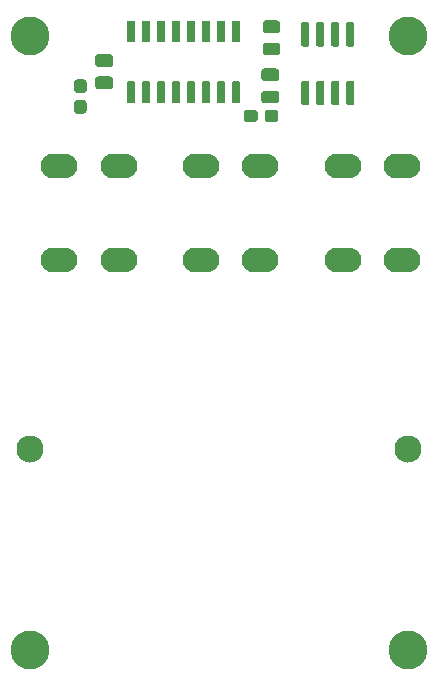
<source format=gbr>
%TF.GenerationSoftware,KiCad,Pcbnew,(5.1.5)-3*%
%TF.CreationDate,2021-03-01T19:21:26+01:00*%
%TF.ProjectId,LandstromWarnung,4c616e64-7374-4726-9f6d-5761726e756e,rev?*%
%TF.SameCoordinates,Original*%
%TF.FileFunction,Soldermask,Top*%
%TF.FilePolarity,Negative*%
%FSLAX46Y46*%
G04 Gerber Fmt 4.6, Leading zero omitted, Abs format (unit mm)*
G04 Created by KiCad (PCBNEW (5.1.5)-3) date 2021-03-01 19:21:26*
%MOMM*%
%LPD*%
G04 APERTURE LIST*
%ADD10O,3.100000X2.100000*%
%ADD11C,0.100000*%
%ADD12C,2.300000*%
%ADD13C,3.300000*%
G04 APERTURE END LIST*
D10*
%TO.C,J3*%
X44500000Y-32000000D03*
X39500000Y-32000000D03*
%TD*%
%TO.C,J7*%
X32500000Y-24000000D03*
X27500000Y-24000000D03*
%TD*%
%TO.C,J8*%
X32500000Y-32000000D03*
X27500000Y-32000000D03*
%TD*%
%TO.C,J9*%
X20500000Y-24000000D03*
X15500000Y-24000000D03*
%TD*%
%TO.C,J10*%
X20500000Y-32000000D03*
X15500000Y-32000000D03*
%TD*%
%TO.C,J11*%
X44500000Y-24000000D03*
X39500000Y-24000000D03*
%TD*%
D11*
%TO.C,F2*%
G36*
X17560229Y-16672864D02*
G01*
X17585711Y-16676644D01*
X17610700Y-16682903D01*
X17634954Y-16691582D01*
X17658242Y-16702596D01*
X17680337Y-16715839D01*
X17701028Y-16731185D01*
X17720116Y-16748484D01*
X17737415Y-16767572D01*
X17752761Y-16788263D01*
X17766004Y-16810358D01*
X17777018Y-16833646D01*
X17785697Y-16857900D01*
X17791956Y-16882889D01*
X17795736Y-16908371D01*
X17797000Y-16934100D01*
X17797000Y-17559100D01*
X17795736Y-17584829D01*
X17791956Y-17610311D01*
X17785697Y-17635300D01*
X17777018Y-17659554D01*
X17766004Y-17682842D01*
X17752761Y-17704937D01*
X17737415Y-17725628D01*
X17720116Y-17744716D01*
X17701028Y-17762015D01*
X17680337Y-17777361D01*
X17658242Y-17790604D01*
X17634954Y-17801618D01*
X17610700Y-17810297D01*
X17585711Y-17816556D01*
X17560229Y-17820336D01*
X17534500Y-17821600D01*
X17009500Y-17821600D01*
X16983771Y-17820336D01*
X16958289Y-17816556D01*
X16933300Y-17810297D01*
X16909046Y-17801618D01*
X16885758Y-17790604D01*
X16863663Y-17777361D01*
X16842972Y-17762015D01*
X16823884Y-17744716D01*
X16806585Y-17725628D01*
X16791239Y-17704937D01*
X16777996Y-17682842D01*
X16766982Y-17659554D01*
X16758303Y-17635300D01*
X16752044Y-17610311D01*
X16748264Y-17584829D01*
X16747000Y-17559100D01*
X16747000Y-16934100D01*
X16748264Y-16908371D01*
X16752044Y-16882889D01*
X16758303Y-16857900D01*
X16766982Y-16833646D01*
X16777996Y-16810358D01*
X16791239Y-16788263D01*
X16806585Y-16767572D01*
X16823884Y-16748484D01*
X16842972Y-16731185D01*
X16863663Y-16715839D01*
X16885758Y-16702596D01*
X16909046Y-16691582D01*
X16933300Y-16682903D01*
X16958289Y-16676644D01*
X16983771Y-16672864D01*
X17009500Y-16671600D01*
X17534500Y-16671600D01*
X17560229Y-16672864D01*
G37*
G36*
X17560229Y-18422864D02*
G01*
X17585711Y-18426644D01*
X17610700Y-18432903D01*
X17634954Y-18441582D01*
X17658242Y-18452596D01*
X17680337Y-18465839D01*
X17701028Y-18481185D01*
X17720116Y-18498484D01*
X17737415Y-18517572D01*
X17752761Y-18538263D01*
X17766004Y-18560358D01*
X17777018Y-18583646D01*
X17785697Y-18607900D01*
X17791956Y-18632889D01*
X17795736Y-18658371D01*
X17797000Y-18684100D01*
X17797000Y-19309100D01*
X17795736Y-19334829D01*
X17791956Y-19360311D01*
X17785697Y-19385300D01*
X17777018Y-19409554D01*
X17766004Y-19432842D01*
X17752761Y-19454937D01*
X17737415Y-19475628D01*
X17720116Y-19494716D01*
X17701028Y-19512015D01*
X17680337Y-19527361D01*
X17658242Y-19540604D01*
X17634954Y-19551618D01*
X17610700Y-19560297D01*
X17585711Y-19566556D01*
X17560229Y-19570336D01*
X17534500Y-19571600D01*
X17009500Y-19571600D01*
X16983771Y-19570336D01*
X16958289Y-19566556D01*
X16933300Y-19560297D01*
X16909046Y-19551618D01*
X16885758Y-19540604D01*
X16863663Y-19527361D01*
X16842972Y-19512015D01*
X16823884Y-19494716D01*
X16806585Y-19475628D01*
X16791239Y-19454937D01*
X16777996Y-19432842D01*
X16766982Y-19409554D01*
X16758303Y-19385300D01*
X16752044Y-19360311D01*
X16748264Y-19334829D01*
X16747000Y-19309100D01*
X16747000Y-18684100D01*
X16748264Y-18658371D01*
X16752044Y-18632889D01*
X16758303Y-18607900D01*
X16766982Y-18583646D01*
X16777996Y-18560358D01*
X16791239Y-18538263D01*
X16806585Y-18517572D01*
X16823884Y-18498484D01*
X16842972Y-18481185D01*
X16863663Y-18465839D01*
X16885758Y-18452596D01*
X16909046Y-18441582D01*
X16933300Y-18432903D01*
X16958289Y-18426644D01*
X16983771Y-18422864D01*
X17009500Y-18421600D01*
X17534500Y-18421600D01*
X17560229Y-18422864D01*
G37*
%TD*%
%TO.C,F1*%
G36*
X32037429Y-19237464D02*
G01*
X32062911Y-19241244D01*
X32087900Y-19247503D01*
X32112154Y-19256182D01*
X32135442Y-19267196D01*
X32157537Y-19280439D01*
X32178228Y-19295785D01*
X32197316Y-19313084D01*
X32214615Y-19332172D01*
X32229961Y-19352863D01*
X32243204Y-19374958D01*
X32254218Y-19398246D01*
X32262897Y-19422500D01*
X32269156Y-19447489D01*
X32272936Y-19472971D01*
X32274200Y-19498700D01*
X32274200Y-20023700D01*
X32272936Y-20049429D01*
X32269156Y-20074911D01*
X32262897Y-20099900D01*
X32254218Y-20124154D01*
X32243204Y-20147442D01*
X32229961Y-20169537D01*
X32214615Y-20190228D01*
X32197316Y-20209316D01*
X32178228Y-20226615D01*
X32157537Y-20241961D01*
X32135442Y-20255204D01*
X32112154Y-20266218D01*
X32087900Y-20274897D01*
X32062911Y-20281156D01*
X32037429Y-20284936D01*
X32011700Y-20286200D01*
X31386700Y-20286200D01*
X31360971Y-20284936D01*
X31335489Y-20281156D01*
X31310500Y-20274897D01*
X31286246Y-20266218D01*
X31262958Y-20255204D01*
X31240863Y-20241961D01*
X31220172Y-20226615D01*
X31201084Y-20209316D01*
X31183785Y-20190228D01*
X31168439Y-20169537D01*
X31155196Y-20147442D01*
X31144182Y-20124154D01*
X31135503Y-20099900D01*
X31129244Y-20074911D01*
X31125464Y-20049429D01*
X31124200Y-20023700D01*
X31124200Y-19498700D01*
X31125464Y-19472971D01*
X31129244Y-19447489D01*
X31135503Y-19422500D01*
X31144182Y-19398246D01*
X31155196Y-19374958D01*
X31168439Y-19352863D01*
X31183785Y-19332172D01*
X31201084Y-19313084D01*
X31220172Y-19295785D01*
X31240863Y-19280439D01*
X31262958Y-19267196D01*
X31286246Y-19256182D01*
X31310500Y-19247503D01*
X31335489Y-19241244D01*
X31360971Y-19237464D01*
X31386700Y-19236200D01*
X32011700Y-19236200D01*
X32037429Y-19237464D01*
G37*
G36*
X33787429Y-19237464D02*
G01*
X33812911Y-19241244D01*
X33837900Y-19247503D01*
X33862154Y-19256182D01*
X33885442Y-19267196D01*
X33907537Y-19280439D01*
X33928228Y-19295785D01*
X33947316Y-19313084D01*
X33964615Y-19332172D01*
X33979961Y-19352863D01*
X33993204Y-19374958D01*
X34004218Y-19398246D01*
X34012897Y-19422500D01*
X34019156Y-19447489D01*
X34022936Y-19472971D01*
X34024200Y-19498700D01*
X34024200Y-20023700D01*
X34022936Y-20049429D01*
X34019156Y-20074911D01*
X34012897Y-20099900D01*
X34004218Y-20124154D01*
X33993204Y-20147442D01*
X33979961Y-20169537D01*
X33964615Y-20190228D01*
X33947316Y-20209316D01*
X33928228Y-20226615D01*
X33907537Y-20241961D01*
X33885442Y-20255204D01*
X33862154Y-20266218D01*
X33837900Y-20274897D01*
X33812911Y-20281156D01*
X33787429Y-20284936D01*
X33761700Y-20286200D01*
X33136700Y-20286200D01*
X33110971Y-20284936D01*
X33085489Y-20281156D01*
X33060500Y-20274897D01*
X33036246Y-20266218D01*
X33012958Y-20255204D01*
X32990863Y-20241961D01*
X32970172Y-20226615D01*
X32951084Y-20209316D01*
X32933785Y-20190228D01*
X32918439Y-20169537D01*
X32905196Y-20147442D01*
X32894182Y-20124154D01*
X32885503Y-20099900D01*
X32879244Y-20074911D01*
X32875464Y-20049429D01*
X32874200Y-20023700D01*
X32874200Y-19498700D01*
X32875464Y-19472971D01*
X32879244Y-19447489D01*
X32885503Y-19422500D01*
X32894182Y-19398246D01*
X32905196Y-19374958D01*
X32918439Y-19352863D01*
X32933785Y-19332172D01*
X32951084Y-19313084D01*
X32970172Y-19295785D01*
X32990863Y-19280439D01*
X33012958Y-19267196D01*
X33036246Y-19256182D01*
X33060500Y-19247503D01*
X33085489Y-19241244D01*
X33110971Y-19237464D01*
X33136700Y-19236200D01*
X33761700Y-19236200D01*
X33787429Y-19237464D01*
G37*
%TD*%
D12*
%TO.C,H6*%
X45000000Y-48000000D03*
%TD*%
%TO.C,H5*%
X13000000Y-48000000D03*
%TD*%
D13*
%TO.C,H1*%
X13000000Y-13000000D03*
%TD*%
%TO.C,H2*%
X13000000Y-65000000D03*
%TD*%
%TO.C,H3*%
X45000000Y-13000000D03*
%TD*%
%TO.C,H4*%
X45000000Y-65000000D03*
%TD*%
D11*
%TO.C,Q2*%
G36*
X40298753Y-11842443D02*
G01*
X40315741Y-11844963D01*
X40332400Y-11849135D01*
X40348570Y-11854921D01*
X40364094Y-11862264D01*
X40378825Y-11871093D01*
X40392619Y-11881323D01*
X40405344Y-11892856D01*
X40416877Y-11905581D01*
X40427107Y-11919375D01*
X40435936Y-11934106D01*
X40443279Y-11949630D01*
X40449065Y-11965800D01*
X40453237Y-11982459D01*
X40455757Y-11999447D01*
X40456600Y-12016600D01*
X40456600Y-13716600D01*
X40455757Y-13733753D01*
X40453237Y-13750741D01*
X40449065Y-13767400D01*
X40443279Y-13783570D01*
X40435936Y-13799094D01*
X40427107Y-13813825D01*
X40416877Y-13827619D01*
X40405344Y-13840344D01*
X40392619Y-13851877D01*
X40378825Y-13862107D01*
X40364094Y-13870936D01*
X40348570Y-13878279D01*
X40332400Y-13884065D01*
X40315741Y-13888237D01*
X40298753Y-13890757D01*
X40281600Y-13891600D01*
X39931600Y-13891600D01*
X39914447Y-13890757D01*
X39897459Y-13888237D01*
X39880800Y-13884065D01*
X39864630Y-13878279D01*
X39849106Y-13870936D01*
X39834375Y-13862107D01*
X39820581Y-13851877D01*
X39807856Y-13840344D01*
X39796323Y-13827619D01*
X39786093Y-13813825D01*
X39777264Y-13799094D01*
X39769921Y-13783570D01*
X39764135Y-13767400D01*
X39759963Y-13750741D01*
X39757443Y-13733753D01*
X39756600Y-13716600D01*
X39756600Y-12016600D01*
X39757443Y-11999447D01*
X39759963Y-11982459D01*
X39764135Y-11965800D01*
X39769921Y-11949630D01*
X39777264Y-11934106D01*
X39786093Y-11919375D01*
X39796323Y-11905581D01*
X39807856Y-11892856D01*
X39820581Y-11881323D01*
X39834375Y-11871093D01*
X39849106Y-11862264D01*
X39864630Y-11854921D01*
X39880800Y-11849135D01*
X39897459Y-11844963D01*
X39914447Y-11842443D01*
X39931600Y-11841600D01*
X40281600Y-11841600D01*
X40298753Y-11842443D01*
G37*
G36*
X39028753Y-11842443D02*
G01*
X39045741Y-11844963D01*
X39062400Y-11849135D01*
X39078570Y-11854921D01*
X39094094Y-11862264D01*
X39108825Y-11871093D01*
X39122619Y-11881323D01*
X39135344Y-11892856D01*
X39146877Y-11905581D01*
X39157107Y-11919375D01*
X39165936Y-11934106D01*
X39173279Y-11949630D01*
X39179065Y-11965800D01*
X39183237Y-11982459D01*
X39185757Y-11999447D01*
X39186600Y-12016600D01*
X39186600Y-13716600D01*
X39185757Y-13733753D01*
X39183237Y-13750741D01*
X39179065Y-13767400D01*
X39173279Y-13783570D01*
X39165936Y-13799094D01*
X39157107Y-13813825D01*
X39146877Y-13827619D01*
X39135344Y-13840344D01*
X39122619Y-13851877D01*
X39108825Y-13862107D01*
X39094094Y-13870936D01*
X39078570Y-13878279D01*
X39062400Y-13884065D01*
X39045741Y-13888237D01*
X39028753Y-13890757D01*
X39011600Y-13891600D01*
X38661600Y-13891600D01*
X38644447Y-13890757D01*
X38627459Y-13888237D01*
X38610800Y-13884065D01*
X38594630Y-13878279D01*
X38579106Y-13870936D01*
X38564375Y-13862107D01*
X38550581Y-13851877D01*
X38537856Y-13840344D01*
X38526323Y-13827619D01*
X38516093Y-13813825D01*
X38507264Y-13799094D01*
X38499921Y-13783570D01*
X38494135Y-13767400D01*
X38489963Y-13750741D01*
X38487443Y-13733753D01*
X38486600Y-13716600D01*
X38486600Y-12016600D01*
X38487443Y-11999447D01*
X38489963Y-11982459D01*
X38494135Y-11965800D01*
X38499921Y-11949630D01*
X38507264Y-11934106D01*
X38516093Y-11919375D01*
X38526323Y-11905581D01*
X38537856Y-11892856D01*
X38550581Y-11881323D01*
X38564375Y-11871093D01*
X38579106Y-11862264D01*
X38594630Y-11854921D01*
X38610800Y-11849135D01*
X38627459Y-11844963D01*
X38644447Y-11842443D01*
X38661600Y-11841600D01*
X39011600Y-11841600D01*
X39028753Y-11842443D01*
G37*
G36*
X37758753Y-11842443D02*
G01*
X37775741Y-11844963D01*
X37792400Y-11849135D01*
X37808570Y-11854921D01*
X37824094Y-11862264D01*
X37838825Y-11871093D01*
X37852619Y-11881323D01*
X37865344Y-11892856D01*
X37876877Y-11905581D01*
X37887107Y-11919375D01*
X37895936Y-11934106D01*
X37903279Y-11949630D01*
X37909065Y-11965800D01*
X37913237Y-11982459D01*
X37915757Y-11999447D01*
X37916600Y-12016600D01*
X37916600Y-13716600D01*
X37915757Y-13733753D01*
X37913237Y-13750741D01*
X37909065Y-13767400D01*
X37903279Y-13783570D01*
X37895936Y-13799094D01*
X37887107Y-13813825D01*
X37876877Y-13827619D01*
X37865344Y-13840344D01*
X37852619Y-13851877D01*
X37838825Y-13862107D01*
X37824094Y-13870936D01*
X37808570Y-13878279D01*
X37792400Y-13884065D01*
X37775741Y-13888237D01*
X37758753Y-13890757D01*
X37741600Y-13891600D01*
X37391600Y-13891600D01*
X37374447Y-13890757D01*
X37357459Y-13888237D01*
X37340800Y-13884065D01*
X37324630Y-13878279D01*
X37309106Y-13870936D01*
X37294375Y-13862107D01*
X37280581Y-13851877D01*
X37267856Y-13840344D01*
X37256323Y-13827619D01*
X37246093Y-13813825D01*
X37237264Y-13799094D01*
X37229921Y-13783570D01*
X37224135Y-13767400D01*
X37219963Y-13750741D01*
X37217443Y-13733753D01*
X37216600Y-13716600D01*
X37216600Y-12016600D01*
X37217443Y-11999447D01*
X37219963Y-11982459D01*
X37224135Y-11965800D01*
X37229921Y-11949630D01*
X37237264Y-11934106D01*
X37246093Y-11919375D01*
X37256323Y-11905581D01*
X37267856Y-11892856D01*
X37280581Y-11881323D01*
X37294375Y-11871093D01*
X37309106Y-11862264D01*
X37324630Y-11854921D01*
X37340800Y-11849135D01*
X37357459Y-11844963D01*
X37374447Y-11842443D01*
X37391600Y-11841600D01*
X37741600Y-11841600D01*
X37758753Y-11842443D01*
G37*
G36*
X36488753Y-11842443D02*
G01*
X36505741Y-11844963D01*
X36522400Y-11849135D01*
X36538570Y-11854921D01*
X36554094Y-11862264D01*
X36568825Y-11871093D01*
X36582619Y-11881323D01*
X36595344Y-11892856D01*
X36606877Y-11905581D01*
X36617107Y-11919375D01*
X36625936Y-11934106D01*
X36633279Y-11949630D01*
X36639065Y-11965800D01*
X36643237Y-11982459D01*
X36645757Y-11999447D01*
X36646600Y-12016600D01*
X36646600Y-13716600D01*
X36645757Y-13733753D01*
X36643237Y-13750741D01*
X36639065Y-13767400D01*
X36633279Y-13783570D01*
X36625936Y-13799094D01*
X36617107Y-13813825D01*
X36606877Y-13827619D01*
X36595344Y-13840344D01*
X36582619Y-13851877D01*
X36568825Y-13862107D01*
X36554094Y-13870936D01*
X36538570Y-13878279D01*
X36522400Y-13884065D01*
X36505741Y-13888237D01*
X36488753Y-13890757D01*
X36471600Y-13891600D01*
X36121600Y-13891600D01*
X36104447Y-13890757D01*
X36087459Y-13888237D01*
X36070800Y-13884065D01*
X36054630Y-13878279D01*
X36039106Y-13870936D01*
X36024375Y-13862107D01*
X36010581Y-13851877D01*
X35997856Y-13840344D01*
X35986323Y-13827619D01*
X35976093Y-13813825D01*
X35967264Y-13799094D01*
X35959921Y-13783570D01*
X35954135Y-13767400D01*
X35949963Y-13750741D01*
X35947443Y-13733753D01*
X35946600Y-13716600D01*
X35946600Y-12016600D01*
X35947443Y-11999447D01*
X35949963Y-11982459D01*
X35954135Y-11965800D01*
X35959921Y-11949630D01*
X35967264Y-11934106D01*
X35976093Y-11919375D01*
X35986323Y-11905581D01*
X35997856Y-11892856D01*
X36010581Y-11881323D01*
X36024375Y-11871093D01*
X36039106Y-11862264D01*
X36054630Y-11854921D01*
X36070800Y-11849135D01*
X36087459Y-11844963D01*
X36104447Y-11842443D01*
X36121600Y-11841600D01*
X36471600Y-11841600D01*
X36488753Y-11842443D01*
G37*
G36*
X36488753Y-16792443D02*
G01*
X36505741Y-16794963D01*
X36522400Y-16799135D01*
X36538570Y-16804921D01*
X36554094Y-16812264D01*
X36568825Y-16821093D01*
X36582619Y-16831323D01*
X36595344Y-16842856D01*
X36606877Y-16855581D01*
X36617107Y-16869375D01*
X36625936Y-16884106D01*
X36633279Y-16899630D01*
X36639065Y-16915800D01*
X36643237Y-16932459D01*
X36645757Y-16949447D01*
X36646600Y-16966600D01*
X36646600Y-18666600D01*
X36645757Y-18683753D01*
X36643237Y-18700741D01*
X36639065Y-18717400D01*
X36633279Y-18733570D01*
X36625936Y-18749094D01*
X36617107Y-18763825D01*
X36606877Y-18777619D01*
X36595344Y-18790344D01*
X36582619Y-18801877D01*
X36568825Y-18812107D01*
X36554094Y-18820936D01*
X36538570Y-18828279D01*
X36522400Y-18834065D01*
X36505741Y-18838237D01*
X36488753Y-18840757D01*
X36471600Y-18841600D01*
X36121600Y-18841600D01*
X36104447Y-18840757D01*
X36087459Y-18838237D01*
X36070800Y-18834065D01*
X36054630Y-18828279D01*
X36039106Y-18820936D01*
X36024375Y-18812107D01*
X36010581Y-18801877D01*
X35997856Y-18790344D01*
X35986323Y-18777619D01*
X35976093Y-18763825D01*
X35967264Y-18749094D01*
X35959921Y-18733570D01*
X35954135Y-18717400D01*
X35949963Y-18700741D01*
X35947443Y-18683753D01*
X35946600Y-18666600D01*
X35946600Y-16966600D01*
X35947443Y-16949447D01*
X35949963Y-16932459D01*
X35954135Y-16915800D01*
X35959921Y-16899630D01*
X35967264Y-16884106D01*
X35976093Y-16869375D01*
X35986323Y-16855581D01*
X35997856Y-16842856D01*
X36010581Y-16831323D01*
X36024375Y-16821093D01*
X36039106Y-16812264D01*
X36054630Y-16804921D01*
X36070800Y-16799135D01*
X36087459Y-16794963D01*
X36104447Y-16792443D01*
X36121600Y-16791600D01*
X36471600Y-16791600D01*
X36488753Y-16792443D01*
G37*
G36*
X37758753Y-16792443D02*
G01*
X37775741Y-16794963D01*
X37792400Y-16799135D01*
X37808570Y-16804921D01*
X37824094Y-16812264D01*
X37838825Y-16821093D01*
X37852619Y-16831323D01*
X37865344Y-16842856D01*
X37876877Y-16855581D01*
X37887107Y-16869375D01*
X37895936Y-16884106D01*
X37903279Y-16899630D01*
X37909065Y-16915800D01*
X37913237Y-16932459D01*
X37915757Y-16949447D01*
X37916600Y-16966600D01*
X37916600Y-18666600D01*
X37915757Y-18683753D01*
X37913237Y-18700741D01*
X37909065Y-18717400D01*
X37903279Y-18733570D01*
X37895936Y-18749094D01*
X37887107Y-18763825D01*
X37876877Y-18777619D01*
X37865344Y-18790344D01*
X37852619Y-18801877D01*
X37838825Y-18812107D01*
X37824094Y-18820936D01*
X37808570Y-18828279D01*
X37792400Y-18834065D01*
X37775741Y-18838237D01*
X37758753Y-18840757D01*
X37741600Y-18841600D01*
X37391600Y-18841600D01*
X37374447Y-18840757D01*
X37357459Y-18838237D01*
X37340800Y-18834065D01*
X37324630Y-18828279D01*
X37309106Y-18820936D01*
X37294375Y-18812107D01*
X37280581Y-18801877D01*
X37267856Y-18790344D01*
X37256323Y-18777619D01*
X37246093Y-18763825D01*
X37237264Y-18749094D01*
X37229921Y-18733570D01*
X37224135Y-18717400D01*
X37219963Y-18700741D01*
X37217443Y-18683753D01*
X37216600Y-18666600D01*
X37216600Y-16966600D01*
X37217443Y-16949447D01*
X37219963Y-16932459D01*
X37224135Y-16915800D01*
X37229921Y-16899630D01*
X37237264Y-16884106D01*
X37246093Y-16869375D01*
X37256323Y-16855581D01*
X37267856Y-16842856D01*
X37280581Y-16831323D01*
X37294375Y-16821093D01*
X37309106Y-16812264D01*
X37324630Y-16804921D01*
X37340800Y-16799135D01*
X37357459Y-16794963D01*
X37374447Y-16792443D01*
X37391600Y-16791600D01*
X37741600Y-16791600D01*
X37758753Y-16792443D01*
G37*
G36*
X39028753Y-16792443D02*
G01*
X39045741Y-16794963D01*
X39062400Y-16799135D01*
X39078570Y-16804921D01*
X39094094Y-16812264D01*
X39108825Y-16821093D01*
X39122619Y-16831323D01*
X39135344Y-16842856D01*
X39146877Y-16855581D01*
X39157107Y-16869375D01*
X39165936Y-16884106D01*
X39173279Y-16899630D01*
X39179065Y-16915800D01*
X39183237Y-16932459D01*
X39185757Y-16949447D01*
X39186600Y-16966600D01*
X39186600Y-18666600D01*
X39185757Y-18683753D01*
X39183237Y-18700741D01*
X39179065Y-18717400D01*
X39173279Y-18733570D01*
X39165936Y-18749094D01*
X39157107Y-18763825D01*
X39146877Y-18777619D01*
X39135344Y-18790344D01*
X39122619Y-18801877D01*
X39108825Y-18812107D01*
X39094094Y-18820936D01*
X39078570Y-18828279D01*
X39062400Y-18834065D01*
X39045741Y-18838237D01*
X39028753Y-18840757D01*
X39011600Y-18841600D01*
X38661600Y-18841600D01*
X38644447Y-18840757D01*
X38627459Y-18838237D01*
X38610800Y-18834065D01*
X38594630Y-18828279D01*
X38579106Y-18820936D01*
X38564375Y-18812107D01*
X38550581Y-18801877D01*
X38537856Y-18790344D01*
X38526323Y-18777619D01*
X38516093Y-18763825D01*
X38507264Y-18749094D01*
X38499921Y-18733570D01*
X38494135Y-18717400D01*
X38489963Y-18700741D01*
X38487443Y-18683753D01*
X38486600Y-18666600D01*
X38486600Y-16966600D01*
X38487443Y-16949447D01*
X38489963Y-16932459D01*
X38494135Y-16915800D01*
X38499921Y-16899630D01*
X38507264Y-16884106D01*
X38516093Y-16869375D01*
X38526323Y-16855581D01*
X38537856Y-16842856D01*
X38550581Y-16831323D01*
X38564375Y-16821093D01*
X38579106Y-16812264D01*
X38594630Y-16804921D01*
X38610800Y-16799135D01*
X38627459Y-16794963D01*
X38644447Y-16792443D01*
X38661600Y-16791600D01*
X39011600Y-16791600D01*
X39028753Y-16792443D01*
G37*
G36*
X40298753Y-16792443D02*
G01*
X40315741Y-16794963D01*
X40332400Y-16799135D01*
X40348570Y-16804921D01*
X40364094Y-16812264D01*
X40378825Y-16821093D01*
X40392619Y-16831323D01*
X40405344Y-16842856D01*
X40416877Y-16855581D01*
X40427107Y-16869375D01*
X40435936Y-16884106D01*
X40443279Y-16899630D01*
X40449065Y-16915800D01*
X40453237Y-16932459D01*
X40455757Y-16949447D01*
X40456600Y-16966600D01*
X40456600Y-18666600D01*
X40455757Y-18683753D01*
X40453237Y-18700741D01*
X40449065Y-18717400D01*
X40443279Y-18733570D01*
X40435936Y-18749094D01*
X40427107Y-18763825D01*
X40416877Y-18777619D01*
X40405344Y-18790344D01*
X40392619Y-18801877D01*
X40378825Y-18812107D01*
X40364094Y-18820936D01*
X40348570Y-18828279D01*
X40332400Y-18834065D01*
X40315741Y-18838237D01*
X40298753Y-18840757D01*
X40281600Y-18841600D01*
X39931600Y-18841600D01*
X39914447Y-18840757D01*
X39897459Y-18838237D01*
X39880800Y-18834065D01*
X39864630Y-18828279D01*
X39849106Y-18820936D01*
X39834375Y-18812107D01*
X39820581Y-18801877D01*
X39807856Y-18790344D01*
X39796323Y-18777619D01*
X39786093Y-18763825D01*
X39777264Y-18749094D01*
X39769921Y-18733570D01*
X39764135Y-18717400D01*
X39759963Y-18700741D01*
X39757443Y-18683753D01*
X39756600Y-18666600D01*
X39756600Y-16966600D01*
X39757443Y-16949447D01*
X39759963Y-16932459D01*
X39764135Y-16915800D01*
X39769921Y-16899630D01*
X39777264Y-16884106D01*
X39786093Y-16869375D01*
X39796323Y-16855581D01*
X39807856Y-16842856D01*
X39820581Y-16831323D01*
X39834375Y-16821093D01*
X39849106Y-16812264D01*
X39864630Y-16804921D01*
X39880800Y-16799135D01*
X39897459Y-16794963D01*
X39914447Y-16792443D01*
X39931600Y-16791600D01*
X40281600Y-16791600D01*
X40298753Y-16792443D01*
G37*
%TD*%
%TO.C,R4*%
G36*
X19786192Y-14551394D02*
G01*
X19812281Y-14555264D01*
X19837864Y-14561672D01*
X19862696Y-14570557D01*
X19886538Y-14581834D01*
X19909160Y-14595393D01*
X19930343Y-14611103D01*
X19949885Y-14628815D01*
X19967597Y-14648357D01*
X19983307Y-14669540D01*
X19996866Y-14692162D01*
X20008143Y-14716004D01*
X20017028Y-14740836D01*
X20023436Y-14766419D01*
X20027306Y-14792508D01*
X20028600Y-14818850D01*
X20028600Y-15356350D01*
X20027306Y-15382692D01*
X20023436Y-15408781D01*
X20017028Y-15434364D01*
X20008143Y-15459196D01*
X19996866Y-15483038D01*
X19983307Y-15505660D01*
X19967597Y-15526843D01*
X19949885Y-15546385D01*
X19930343Y-15564097D01*
X19909160Y-15579807D01*
X19886538Y-15593366D01*
X19862696Y-15604643D01*
X19837864Y-15613528D01*
X19812281Y-15619936D01*
X19786192Y-15623806D01*
X19759850Y-15625100D01*
X18797350Y-15625100D01*
X18771008Y-15623806D01*
X18744919Y-15619936D01*
X18719336Y-15613528D01*
X18694504Y-15604643D01*
X18670662Y-15593366D01*
X18648040Y-15579807D01*
X18626857Y-15564097D01*
X18607315Y-15546385D01*
X18589603Y-15526843D01*
X18573893Y-15505660D01*
X18560334Y-15483038D01*
X18549057Y-15459196D01*
X18540172Y-15434364D01*
X18533764Y-15408781D01*
X18529894Y-15382692D01*
X18528600Y-15356350D01*
X18528600Y-14818850D01*
X18529894Y-14792508D01*
X18533764Y-14766419D01*
X18540172Y-14740836D01*
X18549057Y-14716004D01*
X18560334Y-14692162D01*
X18573893Y-14669540D01*
X18589603Y-14648357D01*
X18607315Y-14628815D01*
X18626857Y-14611103D01*
X18648040Y-14595393D01*
X18670662Y-14581834D01*
X18694504Y-14570557D01*
X18719336Y-14561672D01*
X18744919Y-14555264D01*
X18771008Y-14551394D01*
X18797350Y-14550100D01*
X19759850Y-14550100D01*
X19786192Y-14551394D01*
G37*
G36*
X19786192Y-16426394D02*
G01*
X19812281Y-16430264D01*
X19837864Y-16436672D01*
X19862696Y-16445557D01*
X19886538Y-16456834D01*
X19909160Y-16470393D01*
X19930343Y-16486103D01*
X19949885Y-16503815D01*
X19967597Y-16523357D01*
X19983307Y-16544540D01*
X19996866Y-16567162D01*
X20008143Y-16591004D01*
X20017028Y-16615836D01*
X20023436Y-16641419D01*
X20027306Y-16667508D01*
X20028600Y-16693850D01*
X20028600Y-17231350D01*
X20027306Y-17257692D01*
X20023436Y-17283781D01*
X20017028Y-17309364D01*
X20008143Y-17334196D01*
X19996866Y-17358038D01*
X19983307Y-17380660D01*
X19967597Y-17401843D01*
X19949885Y-17421385D01*
X19930343Y-17439097D01*
X19909160Y-17454807D01*
X19886538Y-17468366D01*
X19862696Y-17479643D01*
X19837864Y-17488528D01*
X19812281Y-17494936D01*
X19786192Y-17498806D01*
X19759850Y-17500100D01*
X18797350Y-17500100D01*
X18771008Y-17498806D01*
X18744919Y-17494936D01*
X18719336Y-17488528D01*
X18694504Y-17479643D01*
X18670662Y-17468366D01*
X18648040Y-17454807D01*
X18626857Y-17439097D01*
X18607315Y-17421385D01*
X18589603Y-17401843D01*
X18573893Y-17380660D01*
X18560334Y-17358038D01*
X18549057Y-17334196D01*
X18540172Y-17309364D01*
X18533764Y-17283781D01*
X18529894Y-17257692D01*
X18528600Y-17231350D01*
X18528600Y-16693850D01*
X18529894Y-16667508D01*
X18533764Y-16641419D01*
X18540172Y-16615836D01*
X18549057Y-16591004D01*
X18560334Y-16567162D01*
X18573893Y-16544540D01*
X18589603Y-16523357D01*
X18607315Y-16503815D01*
X18626857Y-16486103D01*
X18648040Y-16470393D01*
X18670662Y-16456834D01*
X18694504Y-16445557D01*
X18719336Y-16436672D01*
X18744919Y-16430264D01*
X18771008Y-16426394D01*
X18797350Y-16425100D01*
X19759850Y-16425100D01*
X19786192Y-16426394D01*
G37*
%TD*%
%TO.C,R6*%
G36*
X33959392Y-13560794D02*
G01*
X33985481Y-13564664D01*
X34011064Y-13571072D01*
X34035896Y-13579957D01*
X34059738Y-13591234D01*
X34082360Y-13604793D01*
X34103543Y-13620503D01*
X34123085Y-13638215D01*
X34140797Y-13657757D01*
X34156507Y-13678940D01*
X34170066Y-13701562D01*
X34181343Y-13725404D01*
X34190228Y-13750236D01*
X34196636Y-13775819D01*
X34200506Y-13801908D01*
X34201800Y-13828250D01*
X34201800Y-14365750D01*
X34200506Y-14392092D01*
X34196636Y-14418181D01*
X34190228Y-14443764D01*
X34181343Y-14468596D01*
X34170066Y-14492438D01*
X34156507Y-14515060D01*
X34140797Y-14536243D01*
X34123085Y-14555785D01*
X34103543Y-14573497D01*
X34082360Y-14589207D01*
X34059738Y-14602766D01*
X34035896Y-14614043D01*
X34011064Y-14622928D01*
X33985481Y-14629336D01*
X33959392Y-14633206D01*
X33933050Y-14634500D01*
X32970550Y-14634500D01*
X32944208Y-14633206D01*
X32918119Y-14629336D01*
X32892536Y-14622928D01*
X32867704Y-14614043D01*
X32843862Y-14602766D01*
X32821240Y-14589207D01*
X32800057Y-14573497D01*
X32780515Y-14555785D01*
X32762803Y-14536243D01*
X32747093Y-14515060D01*
X32733534Y-14492438D01*
X32722257Y-14468596D01*
X32713372Y-14443764D01*
X32706964Y-14418181D01*
X32703094Y-14392092D01*
X32701800Y-14365750D01*
X32701800Y-13828250D01*
X32703094Y-13801908D01*
X32706964Y-13775819D01*
X32713372Y-13750236D01*
X32722257Y-13725404D01*
X32733534Y-13701562D01*
X32747093Y-13678940D01*
X32762803Y-13657757D01*
X32780515Y-13638215D01*
X32800057Y-13620503D01*
X32821240Y-13604793D01*
X32843862Y-13591234D01*
X32867704Y-13579957D01*
X32892536Y-13571072D01*
X32918119Y-13564664D01*
X32944208Y-13560794D01*
X32970550Y-13559500D01*
X33933050Y-13559500D01*
X33959392Y-13560794D01*
G37*
G36*
X33959392Y-11685794D02*
G01*
X33985481Y-11689664D01*
X34011064Y-11696072D01*
X34035896Y-11704957D01*
X34059738Y-11716234D01*
X34082360Y-11729793D01*
X34103543Y-11745503D01*
X34123085Y-11763215D01*
X34140797Y-11782757D01*
X34156507Y-11803940D01*
X34170066Y-11826562D01*
X34181343Y-11850404D01*
X34190228Y-11875236D01*
X34196636Y-11900819D01*
X34200506Y-11926908D01*
X34201800Y-11953250D01*
X34201800Y-12490750D01*
X34200506Y-12517092D01*
X34196636Y-12543181D01*
X34190228Y-12568764D01*
X34181343Y-12593596D01*
X34170066Y-12617438D01*
X34156507Y-12640060D01*
X34140797Y-12661243D01*
X34123085Y-12680785D01*
X34103543Y-12698497D01*
X34082360Y-12714207D01*
X34059738Y-12727766D01*
X34035896Y-12739043D01*
X34011064Y-12747928D01*
X33985481Y-12754336D01*
X33959392Y-12758206D01*
X33933050Y-12759500D01*
X32970550Y-12759500D01*
X32944208Y-12758206D01*
X32918119Y-12754336D01*
X32892536Y-12747928D01*
X32867704Y-12739043D01*
X32843862Y-12727766D01*
X32821240Y-12714207D01*
X32800057Y-12698497D01*
X32780515Y-12680785D01*
X32762803Y-12661243D01*
X32747093Y-12640060D01*
X32733534Y-12617438D01*
X32722257Y-12593596D01*
X32713372Y-12568764D01*
X32706964Y-12543181D01*
X32703094Y-12517092D01*
X32701800Y-12490750D01*
X32701800Y-11953250D01*
X32703094Y-11926908D01*
X32706964Y-11900819D01*
X32713372Y-11875236D01*
X32722257Y-11850404D01*
X32733534Y-11826562D01*
X32747093Y-11803940D01*
X32762803Y-11782757D01*
X32780515Y-11763215D01*
X32800057Y-11745503D01*
X32821240Y-11729793D01*
X32843862Y-11716234D01*
X32867704Y-11704957D01*
X32892536Y-11696072D01*
X32918119Y-11689664D01*
X32944208Y-11685794D01*
X32970550Y-11684500D01*
X33933050Y-11684500D01*
X33959392Y-11685794D01*
G37*
%TD*%
%TO.C,R8*%
G36*
X33857792Y-17624794D02*
G01*
X33883881Y-17628664D01*
X33909464Y-17635072D01*
X33934296Y-17643957D01*
X33958138Y-17655234D01*
X33980760Y-17668793D01*
X34001943Y-17684503D01*
X34021485Y-17702215D01*
X34039197Y-17721757D01*
X34054907Y-17742940D01*
X34068466Y-17765562D01*
X34079743Y-17789404D01*
X34088628Y-17814236D01*
X34095036Y-17839819D01*
X34098906Y-17865908D01*
X34100200Y-17892250D01*
X34100200Y-18429750D01*
X34098906Y-18456092D01*
X34095036Y-18482181D01*
X34088628Y-18507764D01*
X34079743Y-18532596D01*
X34068466Y-18556438D01*
X34054907Y-18579060D01*
X34039197Y-18600243D01*
X34021485Y-18619785D01*
X34001943Y-18637497D01*
X33980760Y-18653207D01*
X33958138Y-18666766D01*
X33934296Y-18678043D01*
X33909464Y-18686928D01*
X33883881Y-18693336D01*
X33857792Y-18697206D01*
X33831450Y-18698500D01*
X32868950Y-18698500D01*
X32842608Y-18697206D01*
X32816519Y-18693336D01*
X32790936Y-18686928D01*
X32766104Y-18678043D01*
X32742262Y-18666766D01*
X32719640Y-18653207D01*
X32698457Y-18637497D01*
X32678915Y-18619785D01*
X32661203Y-18600243D01*
X32645493Y-18579060D01*
X32631934Y-18556438D01*
X32620657Y-18532596D01*
X32611772Y-18507764D01*
X32605364Y-18482181D01*
X32601494Y-18456092D01*
X32600200Y-18429750D01*
X32600200Y-17892250D01*
X32601494Y-17865908D01*
X32605364Y-17839819D01*
X32611772Y-17814236D01*
X32620657Y-17789404D01*
X32631934Y-17765562D01*
X32645493Y-17742940D01*
X32661203Y-17721757D01*
X32678915Y-17702215D01*
X32698457Y-17684503D01*
X32719640Y-17668793D01*
X32742262Y-17655234D01*
X32766104Y-17643957D01*
X32790936Y-17635072D01*
X32816519Y-17628664D01*
X32842608Y-17624794D01*
X32868950Y-17623500D01*
X33831450Y-17623500D01*
X33857792Y-17624794D01*
G37*
G36*
X33857792Y-15749794D02*
G01*
X33883881Y-15753664D01*
X33909464Y-15760072D01*
X33934296Y-15768957D01*
X33958138Y-15780234D01*
X33980760Y-15793793D01*
X34001943Y-15809503D01*
X34021485Y-15827215D01*
X34039197Y-15846757D01*
X34054907Y-15867940D01*
X34068466Y-15890562D01*
X34079743Y-15914404D01*
X34088628Y-15939236D01*
X34095036Y-15964819D01*
X34098906Y-15990908D01*
X34100200Y-16017250D01*
X34100200Y-16554750D01*
X34098906Y-16581092D01*
X34095036Y-16607181D01*
X34088628Y-16632764D01*
X34079743Y-16657596D01*
X34068466Y-16681438D01*
X34054907Y-16704060D01*
X34039197Y-16725243D01*
X34021485Y-16744785D01*
X34001943Y-16762497D01*
X33980760Y-16778207D01*
X33958138Y-16791766D01*
X33934296Y-16803043D01*
X33909464Y-16811928D01*
X33883881Y-16818336D01*
X33857792Y-16822206D01*
X33831450Y-16823500D01*
X32868950Y-16823500D01*
X32842608Y-16822206D01*
X32816519Y-16818336D01*
X32790936Y-16811928D01*
X32766104Y-16803043D01*
X32742262Y-16791766D01*
X32719640Y-16778207D01*
X32698457Y-16762497D01*
X32678915Y-16744785D01*
X32661203Y-16725243D01*
X32645493Y-16704060D01*
X32631934Y-16681438D01*
X32620657Y-16657596D01*
X32611772Y-16632764D01*
X32605364Y-16607181D01*
X32601494Y-16581092D01*
X32600200Y-16554750D01*
X32600200Y-16017250D01*
X32601494Y-15990908D01*
X32605364Y-15964819D01*
X32611772Y-15939236D01*
X32620657Y-15914404D01*
X32631934Y-15890562D01*
X32645493Y-15867940D01*
X32661203Y-15846757D01*
X32678915Y-15827215D01*
X32698457Y-15809503D01*
X32719640Y-15793793D01*
X32742262Y-15780234D01*
X32766104Y-15768957D01*
X32790936Y-15760072D01*
X32816519Y-15753664D01*
X32842608Y-15749794D01*
X32868950Y-15748500D01*
X33831450Y-15748500D01*
X33857792Y-15749794D01*
G37*
%TD*%
%TO.C,U5*%
G36*
X30646753Y-11690043D02*
G01*
X30663741Y-11692563D01*
X30680400Y-11696735D01*
X30696570Y-11702521D01*
X30712094Y-11709864D01*
X30726825Y-11718693D01*
X30740619Y-11728923D01*
X30753344Y-11740456D01*
X30764877Y-11753181D01*
X30775107Y-11766975D01*
X30783936Y-11781706D01*
X30791279Y-11797230D01*
X30797065Y-11813400D01*
X30801237Y-11830059D01*
X30803757Y-11847047D01*
X30804600Y-11864200D01*
X30804600Y-13364200D01*
X30803757Y-13381353D01*
X30801237Y-13398341D01*
X30797065Y-13415000D01*
X30791279Y-13431170D01*
X30783936Y-13446694D01*
X30775107Y-13461425D01*
X30764877Y-13475219D01*
X30753344Y-13487944D01*
X30740619Y-13499477D01*
X30726825Y-13509707D01*
X30712094Y-13518536D01*
X30696570Y-13525879D01*
X30680400Y-13531665D01*
X30663741Y-13535837D01*
X30646753Y-13538357D01*
X30629600Y-13539200D01*
X30279600Y-13539200D01*
X30262447Y-13538357D01*
X30245459Y-13535837D01*
X30228800Y-13531665D01*
X30212630Y-13525879D01*
X30197106Y-13518536D01*
X30182375Y-13509707D01*
X30168581Y-13499477D01*
X30155856Y-13487944D01*
X30144323Y-13475219D01*
X30134093Y-13461425D01*
X30125264Y-13446694D01*
X30117921Y-13431170D01*
X30112135Y-13415000D01*
X30107963Y-13398341D01*
X30105443Y-13381353D01*
X30104600Y-13364200D01*
X30104600Y-11864200D01*
X30105443Y-11847047D01*
X30107963Y-11830059D01*
X30112135Y-11813400D01*
X30117921Y-11797230D01*
X30125264Y-11781706D01*
X30134093Y-11766975D01*
X30144323Y-11753181D01*
X30155856Y-11740456D01*
X30168581Y-11728923D01*
X30182375Y-11718693D01*
X30197106Y-11709864D01*
X30212630Y-11702521D01*
X30228800Y-11696735D01*
X30245459Y-11692563D01*
X30262447Y-11690043D01*
X30279600Y-11689200D01*
X30629600Y-11689200D01*
X30646753Y-11690043D01*
G37*
G36*
X29376753Y-11690043D02*
G01*
X29393741Y-11692563D01*
X29410400Y-11696735D01*
X29426570Y-11702521D01*
X29442094Y-11709864D01*
X29456825Y-11718693D01*
X29470619Y-11728923D01*
X29483344Y-11740456D01*
X29494877Y-11753181D01*
X29505107Y-11766975D01*
X29513936Y-11781706D01*
X29521279Y-11797230D01*
X29527065Y-11813400D01*
X29531237Y-11830059D01*
X29533757Y-11847047D01*
X29534600Y-11864200D01*
X29534600Y-13364200D01*
X29533757Y-13381353D01*
X29531237Y-13398341D01*
X29527065Y-13415000D01*
X29521279Y-13431170D01*
X29513936Y-13446694D01*
X29505107Y-13461425D01*
X29494877Y-13475219D01*
X29483344Y-13487944D01*
X29470619Y-13499477D01*
X29456825Y-13509707D01*
X29442094Y-13518536D01*
X29426570Y-13525879D01*
X29410400Y-13531665D01*
X29393741Y-13535837D01*
X29376753Y-13538357D01*
X29359600Y-13539200D01*
X29009600Y-13539200D01*
X28992447Y-13538357D01*
X28975459Y-13535837D01*
X28958800Y-13531665D01*
X28942630Y-13525879D01*
X28927106Y-13518536D01*
X28912375Y-13509707D01*
X28898581Y-13499477D01*
X28885856Y-13487944D01*
X28874323Y-13475219D01*
X28864093Y-13461425D01*
X28855264Y-13446694D01*
X28847921Y-13431170D01*
X28842135Y-13415000D01*
X28837963Y-13398341D01*
X28835443Y-13381353D01*
X28834600Y-13364200D01*
X28834600Y-11864200D01*
X28835443Y-11847047D01*
X28837963Y-11830059D01*
X28842135Y-11813400D01*
X28847921Y-11797230D01*
X28855264Y-11781706D01*
X28864093Y-11766975D01*
X28874323Y-11753181D01*
X28885856Y-11740456D01*
X28898581Y-11728923D01*
X28912375Y-11718693D01*
X28927106Y-11709864D01*
X28942630Y-11702521D01*
X28958800Y-11696735D01*
X28975459Y-11692563D01*
X28992447Y-11690043D01*
X29009600Y-11689200D01*
X29359600Y-11689200D01*
X29376753Y-11690043D01*
G37*
G36*
X28106753Y-11690043D02*
G01*
X28123741Y-11692563D01*
X28140400Y-11696735D01*
X28156570Y-11702521D01*
X28172094Y-11709864D01*
X28186825Y-11718693D01*
X28200619Y-11728923D01*
X28213344Y-11740456D01*
X28224877Y-11753181D01*
X28235107Y-11766975D01*
X28243936Y-11781706D01*
X28251279Y-11797230D01*
X28257065Y-11813400D01*
X28261237Y-11830059D01*
X28263757Y-11847047D01*
X28264600Y-11864200D01*
X28264600Y-13364200D01*
X28263757Y-13381353D01*
X28261237Y-13398341D01*
X28257065Y-13415000D01*
X28251279Y-13431170D01*
X28243936Y-13446694D01*
X28235107Y-13461425D01*
X28224877Y-13475219D01*
X28213344Y-13487944D01*
X28200619Y-13499477D01*
X28186825Y-13509707D01*
X28172094Y-13518536D01*
X28156570Y-13525879D01*
X28140400Y-13531665D01*
X28123741Y-13535837D01*
X28106753Y-13538357D01*
X28089600Y-13539200D01*
X27739600Y-13539200D01*
X27722447Y-13538357D01*
X27705459Y-13535837D01*
X27688800Y-13531665D01*
X27672630Y-13525879D01*
X27657106Y-13518536D01*
X27642375Y-13509707D01*
X27628581Y-13499477D01*
X27615856Y-13487944D01*
X27604323Y-13475219D01*
X27594093Y-13461425D01*
X27585264Y-13446694D01*
X27577921Y-13431170D01*
X27572135Y-13415000D01*
X27567963Y-13398341D01*
X27565443Y-13381353D01*
X27564600Y-13364200D01*
X27564600Y-11864200D01*
X27565443Y-11847047D01*
X27567963Y-11830059D01*
X27572135Y-11813400D01*
X27577921Y-11797230D01*
X27585264Y-11781706D01*
X27594093Y-11766975D01*
X27604323Y-11753181D01*
X27615856Y-11740456D01*
X27628581Y-11728923D01*
X27642375Y-11718693D01*
X27657106Y-11709864D01*
X27672630Y-11702521D01*
X27688800Y-11696735D01*
X27705459Y-11692563D01*
X27722447Y-11690043D01*
X27739600Y-11689200D01*
X28089600Y-11689200D01*
X28106753Y-11690043D01*
G37*
G36*
X26836753Y-11690043D02*
G01*
X26853741Y-11692563D01*
X26870400Y-11696735D01*
X26886570Y-11702521D01*
X26902094Y-11709864D01*
X26916825Y-11718693D01*
X26930619Y-11728923D01*
X26943344Y-11740456D01*
X26954877Y-11753181D01*
X26965107Y-11766975D01*
X26973936Y-11781706D01*
X26981279Y-11797230D01*
X26987065Y-11813400D01*
X26991237Y-11830059D01*
X26993757Y-11847047D01*
X26994600Y-11864200D01*
X26994600Y-13364200D01*
X26993757Y-13381353D01*
X26991237Y-13398341D01*
X26987065Y-13415000D01*
X26981279Y-13431170D01*
X26973936Y-13446694D01*
X26965107Y-13461425D01*
X26954877Y-13475219D01*
X26943344Y-13487944D01*
X26930619Y-13499477D01*
X26916825Y-13509707D01*
X26902094Y-13518536D01*
X26886570Y-13525879D01*
X26870400Y-13531665D01*
X26853741Y-13535837D01*
X26836753Y-13538357D01*
X26819600Y-13539200D01*
X26469600Y-13539200D01*
X26452447Y-13538357D01*
X26435459Y-13535837D01*
X26418800Y-13531665D01*
X26402630Y-13525879D01*
X26387106Y-13518536D01*
X26372375Y-13509707D01*
X26358581Y-13499477D01*
X26345856Y-13487944D01*
X26334323Y-13475219D01*
X26324093Y-13461425D01*
X26315264Y-13446694D01*
X26307921Y-13431170D01*
X26302135Y-13415000D01*
X26297963Y-13398341D01*
X26295443Y-13381353D01*
X26294600Y-13364200D01*
X26294600Y-11864200D01*
X26295443Y-11847047D01*
X26297963Y-11830059D01*
X26302135Y-11813400D01*
X26307921Y-11797230D01*
X26315264Y-11781706D01*
X26324093Y-11766975D01*
X26334323Y-11753181D01*
X26345856Y-11740456D01*
X26358581Y-11728923D01*
X26372375Y-11718693D01*
X26387106Y-11709864D01*
X26402630Y-11702521D01*
X26418800Y-11696735D01*
X26435459Y-11692563D01*
X26452447Y-11690043D01*
X26469600Y-11689200D01*
X26819600Y-11689200D01*
X26836753Y-11690043D01*
G37*
G36*
X26836753Y-16840043D02*
G01*
X26853741Y-16842563D01*
X26870400Y-16846735D01*
X26886570Y-16852521D01*
X26902094Y-16859864D01*
X26916825Y-16868693D01*
X26930619Y-16878923D01*
X26943344Y-16890456D01*
X26954877Y-16903181D01*
X26965107Y-16916975D01*
X26973936Y-16931706D01*
X26981279Y-16947230D01*
X26987065Y-16963400D01*
X26991237Y-16980059D01*
X26993757Y-16997047D01*
X26994600Y-17014200D01*
X26994600Y-18514200D01*
X26993757Y-18531353D01*
X26991237Y-18548341D01*
X26987065Y-18565000D01*
X26981279Y-18581170D01*
X26973936Y-18596694D01*
X26965107Y-18611425D01*
X26954877Y-18625219D01*
X26943344Y-18637944D01*
X26930619Y-18649477D01*
X26916825Y-18659707D01*
X26902094Y-18668536D01*
X26886570Y-18675879D01*
X26870400Y-18681665D01*
X26853741Y-18685837D01*
X26836753Y-18688357D01*
X26819600Y-18689200D01*
X26469600Y-18689200D01*
X26452447Y-18688357D01*
X26435459Y-18685837D01*
X26418800Y-18681665D01*
X26402630Y-18675879D01*
X26387106Y-18668536D01*
X26372375Y-18659707D01*
X26358581Y-18649477D01*
X26345856Y-18637944D01*
X26334323Y-18625219D01*
X26324093Y-18611425D01*
X26315264Y-18596694D01*
X26307921Y-18581170D01*
X26302135Y-18565000D01*
X26297963Y-18548341D01*
X26295443Y-18531353D01*
X26294600Y-18514200D01*
X26294600Y-17014200D01*
X26295443Y-16997047D01*
X26297963Y-16980059D01*
X26302135Y-16963400D01*
X26307921Y-16947230D01*
X26315264Y-16931706D01*
X26324093Y-16916975D01*
X26334323Y-16903181D01*
X26345856Y-16890456D01*
X26358581Y-16878923D01*
X26372375Y-16868693D01*
X26387106Y-16859864D01*
X26402630Y-16852521D01*
X26418800Y-16846735D01*
X26435459Y-16842563D01*
X26452447Y-16840043D01*
X26469600Y-16839200D01*
X26819600Y-16839200D01*
X26836753Y-16840043D01*
G37*
G36*
X28106753Y-16840043D02*
G01*
X28123741Y-16842563D01*
X28140400Y-16846735D01*
X28156570Y-16852521D01*
X28172094Y-16859864D01*
X28186825Y-16868693D01*
X28200619Y-16878923D01*
X28213344Y-16890456D01*
X28224877Y-16903181D01*
X28235107Y-16916975D01*
X28243936Y-16931706D01*
X28251279Y-16947230D01*
X28257065Y-16963400D01*
X28261237Y-16980059D01*
X28263757Y-16997047D01*
X28264600Y-17014200D01*
X28264600Y-18514200D01*
X28263757Y-18531353D01*
X28261237Y-18548341D01*
X28257065Y-18565000D01*
X28251279Y-18581170D01*
X28243936Y-18596694D01*
X28235107Y-18611425D01*
X28224877Y-18625219D01*
X28213344Y-18637944D01*
X28200619Y-18649477D01*
X28186825Y-18659707D01*
X28172094Y-18668536D01*
X28156570Y-18675879D01*
X28140400Y-18681665D01*
X28123741Y-18685837D01*
X28106753Y-18688357D01*
X28089600Y-18689200D01*
X27739600Y-18689200D01*
X27722447Y-18688357D01*
X27705459Y-18685837D01*
X27688800Y-18681665D01*
X27672630Y-18675879D01*
X27657106Y-18668536D01*
X27642375Y-18659707D01*
X27628581Y-18649477D01*
X27615856Y-18637944D01*
X27604323Y-18625219D01*
X27594093Y-18611425D01*
X27585264Y-18596694D01*
X27577921Y-18581170D01*
X27572135Y-18565000D01*
X27567963Y-18548341D01*
X27565443Y-18531353D01*
X27564600Y-18514200D01*
X27564600Y-17014200D01*
X27565443Y-16997047D01*
X27567963Y-16980059D01*
X27572135Y-16963400D01*
X27577921Y-16947230D01*
X27585264Y-16931706D01*
X27594093Y-16916975D01*
X27604323Y-16903181D01*
X27615856Y-16890456D01*
X27628581Y-16878923D01*
X27642375Y-16868693D01*
X27657106Y-16859864D01*
X27672630Y-16852521D01*
X27688800Y-16846735D01*
X27705459Y-16842563D01*
X27722447Y-16840043D01*
X27739600Y-16839200D01*
X28089600Y-16839200D01*
X28106753Y-16840043D01*
G37*
G36*
X29376753Y-16840043D02*
G01*
X29393741Y-16842563D01*
X29410400Y-16846735D01*
X29426570Y-16852521D01*
X29442094Y-16859864D01*
X29456825Y-16868693D01*
X29470619Y-16878923D01*
X29483344Y-16890456D01*
X29494877Y-16903181D01*
X29505107Y-16916975D01*
X29513936Y-16931706D01*
X29521279Y-16947230D01*
X29527065Y-16963400D01*
X29531237Y-16980059D01*
X29533757Y-16997047D01*
X29534600Y-17014200D01*
X29534600Y-18514200D01*
X29533757Y-18531353D01*
X29531237Y-18548341D01*
X29527065Y-18565000D01*
X29521279Y-18581170D01*
X29513936Y-18596694D01*
X29505107Y-18611425D01*
X29494877Y-18625219D01*
X29483344Y-18637944D01*
X29470619Y-18649477D01*
X29456825Y-18659707D01*
X29442094Y-18668536D01*
X29426570Y-18675879D01*
X29410400Y-18681665D01*
X29393741Y-18685837D01*
X29376753Y-18688357D01*
X29359600Y-18689200D01*
X29009600Y-18689200D01*
X28992447Y-18688357D01*
X28975459Y-18685837D01*
X28958800Y-18681665D01*
X28942630Y-18675879D01*
X28927106Y-18668536D01*
X28912375Y-18659707D01*
X28898581Y-18649477D01*
X28885856Y-18637944D01*
X28874323Y-18625219D01*
X28864093Y-18611425D01*
X28855264Y-18596694D01*
X28847921Y-18581170D01*
X28842135Y-18565000D01*
X28837963Y-18548341D01*
X28835443Y-18531353D01*
X28834600Y-18514200D01*
X28834600Y-17014200D01*
X28835443Y-16997047D01*
X28837963Y-16980059D01*
X28842135Y-16963400D01*
X28847921Y-16947230D01*
X28855264Y-16931706D01*
X28864093Y-16916975D01*
X28874323Y-16903181D01*
X28885856Y-16890456D01*
X28898581Y-16878923D01*
X28912375Y-16868693D01*
X28927106Y-16859864D01*
X28942630Y-16852521D01*
X28958800Y-16846735D01*
X28975459Y-16842563D01*
X28992447Y-16840043D01*
X29009600Y-16839200D01*
X29359600Y-16839200D01*
X29376753Y-16840043D01*
G37*
G36*
X30646753Y-16840043D02*
G01*
X30663741Y-16842563D01*
X30680400Y-16846735D01*
X30696570Y-16852521D01*
X30712094Y-16859864D01*
X30726825Y-16868693D01*
X30740619Y-16878923D01*
X30753344Y-16890456D01*
X30764877Y-16903181D01*
X30775107Y-16916975D01*
X30783936Y-16931706D01*
X30791279Y-16947230D01*
X30797065Y-16963400D01*
X30801237Y-16980059D01*
X30803757Y-16997047D01*
X30804600Y-17014200D01*
X30804600Y-18514200D01*
X30803757Y-18531353D01*
X30801237Y-18548341D01*
X30797065Y-18565000D01*
X30791279Y-18581170D01*
X30783936Y-18596694D01*
X30775107Y-18611425D01*
X30764877Y-18625219D01*
X30753344Y-18637944D01*
X30740619Y-18649477D01*
X30726825Y-18659707D01*
X30712094Y-18668536D01*
X30696570Y-18675879D01*
X30680400Y-18681665D01*
X30663741Y-18685837D01*
X30646753Y-18688357D01*
X30629600Y-18689200D01*
X30279600Y-18689200D01*
X30262447Y-18688357D01*
X30245459Y-18685837D01*
X30228800Y-18681665D01*
X30212630Y-18675879D01*
X30197106Y-18668536D01*
X30182375Y-18659707D01*
X30168581Y-18649477D01*
X30155856Y-18637944D01*
X30144323Y-18625219D01*
X30134093Y-18611425D01*
X30125264Y-18596694D01*
X30117921Y-18581170D01*
X30112135Y-18565000D01*
X30107963Y-18548341D01*
X30105443Y-18531353D01*
X30104600Y-18514200D01*
X30104600Y-17014200D01*
X30105443Y-16997047D01*
X30107963Y-16980059D01*
X30112135Y-16963400D01*
X30117921Y-16947230D01*
X30125264Y-16931706D01*
X30134093Y-16916975D01*
X30144323Y-16903181D01*
X30155856Y-16890456D01*
X30168581Y-16878923D01*
X30182375Y-16868693D01*
X30197106Y-16859864D01*
X30212630Y-16852521D01*
X30228800Y-16846735D01*
X30245459Y-16842563D01*
X30262447Y-16840043D01*
X30279600Y-16839200D01*
X30629600Y-16839200D01*
X30646753Y-16840043D01*
G37*
G36*
X25566753Y-11690043D02*
G01*
X25583741Y-11692563D01*
X25600400Y-11696735D01*
X25616570Y-11702521D01*
X25632094Y-11709864D01*
X25646825Y-11718693D01*
X25660619Y-11728923D01*
X25673344Y-11740456D01*
X25684877Y-11753181D01*
X25695107Y-11766975D01*
X25703936Y-11781706D01*
X25711279Y-11797230D01*
X25717065Y-11813400D01*
X25721237Y-11830059D01*
X25723757Y-11847047D01*
X25724600Y-11864200D01*
X25724600Y-13364200D01*
X25723757Y-13381353D01*
X25721237Y-13398341D01*
X25717065Y-13415000D01*
X25711279Y-13431170D01*
X25703936Y-13446694D01*
X25695107Y-13461425D01*
X25684877Y-13475219D01*
X25673344Y-13487944D01*
X25660619Y-13499477D01*
X25646825Y-13509707D01*
X25632094Y-13518536D01*
X25616570Y-13525879D01*
X25600400Y-13531665D01*
X25583741Y-13535837D01*
X25566753Y-13538357D01*
X25549600Y-13539200D01*
X25199600Y-13539200D01*
X25182447Y-13538357D01*
X25165459Y-13535837D01*
X25148800Y-13531665D01*
X25132630Y-13525879D01*
X25117106Y-13518536D01*
X25102375Y-13509707D01*
X25088581Y-13499477D01*
X25075856Y-13487944D01*
X25064323Y-13475219D01*
X25054093Y-13461425D01*
X25045264Y-13446694D01*
X25037921Y-13431170D01*
X25032135Y-13415000D01*
X25027963Y-13398341D01*
X25025443Y-13381353D01*
X25024600Y-13364200D01*
X25024600Y-11864200D01*
X25025443Y-11847047D01*
X25027963Y-11830059D01*
X25032135Y-11813400D01*
X25037921Y-11797230D01*
X25045264Y-11781706D01*
X25054093Y-11766975D01*
X25064323Y-11753181D01*
X25075856Y-11740456D01*
X25088581Y-11728923D01*
X25102375Y-11718693D01*
X25117106Y-11709864D01*
X25132630Y-11702521D01*
X25148800Y-11696735D01*
X25165459Y-11692563D01*
X25182447Y-11690043D01*
X25199600Y-11689200D01*
X25549600Y-11689200D01*
X25566753Y-11690043D01*
G37*
G36*
X24296753Y-11690043D02*
G01*
X24313741Y-11692563D01*
X24330400Y-11696735D01*
X24346570Y-11702521D01*
X24362094Y-11709864D01*
X24376825Y-11718693D01*
X24390619Y-11728923D01*
X24403344Y-11740456D01*
X24414877Y-11753181D01*
X24425107Y-11766975D01*
X24433936Y-11781706D01*
X24441279Y-11797230D01*
X24447065Y-11813400D01*
X24451237Y-11830059D01*
X24453757Y-11847047D01*
X24454600Y-11864200D01*
X24454600Y-13364200D01*
X24453757Y-13381353D01*
X24451237Y-13398341D01*
X24447065Y-13415000D01*
X24441279Y-13431170D01*
X24433936Y-13446694D01*
X24425107Y-13461425D01*
X24414877Y-13475219D01*
X24403344Y-13487944D01*
X24390619Y-13499477D01*
X24376825Y-13509707D01*
X24362094Y-13518536D01*
X24346570Y-13525879D01*
X24330400Y-13531665D01*
X24313741Y-13535837D01*
X24296753Y-13538357D01*
X24279600Y-13539200D01*
X23929600Y-13539200D01*
X23912447Y-13538357D01*
X23895459Y-13535837D01*
X23878800Y-13531665D01*
X23862630Y-13525879D01*
X23847106Y-13518536D01*
X23832375Y-13509707D01*
X23818581Y-13499477D01*
X23805856Y-13487944D01*
X23794323Y-13475219D01*
X23784093Y-13461425D01*
X23775264Y-13446694D01*
X23767921Y-13431170D01*
X23762135Y-13415000D01*
X23757963Y-13398341D01*
X23755443Y-13381353D01*
X23754600Y-13364200D01*
X23754600Y-11864200D01*
X23755443Y-11847047D01*
X23757963Y-11830059D01*
X23762135Y-11813400D01*
X23767921Y-11797230D01*
X23775264Y-11781706D01*
X23784093Y-11766975D01*
X23794323Y-11753181D01*
X23805856Y-11740456D01*
X23818581Y-11728923D01*
X23832375Y-11718693D01*
X23847106Y-11709864D01*
X23862630Y-11702521D01*
X23878800Y-11696735D01*
X23895459Y-11692563D01*
X23912447Y-11690043D01*
X23929600Y-11689200D01*
X24279600Y-11689200D01*
X24296753Y-11690043D01*
G37*
G36*
X23026753Y-11690043D02*
G01*
X23043741Y-11692563D01*
X23060400Y-11696735D01*
X23076570Y-11702521D01*
X23092094Y-11709864D01*
X23106825Y-11718693D01*
X23120619Y-11728923D01*
X23133344Y-11740456D01*
X23144877Y-11753181D01*
X23155107Y-11766975D01*
X23163936Y-11781706D01*
X23171279Y-11797230D01*
X23177065Y-11813400D01*
X23181237Y-11830059D01*
X23183757Y-11847047D01*
X23184600Y-11864200D01*
X23184600Y-13364200D01*
X23183757Y-13381353D01*
X23181237Y-13398341D01*
X23177065Y-13415000D01*
X23171279Y-13431170D01*
X23163936Y-13446694D01*
X23155107Y-13461425D01*
X23144877Y-13475219D01*
X23133344Y-13487944D01*
X23120619Y-13499477D01*
X23106825Y-13509707D01*
X23092094Y-13518536D01*
X23076570Y-13525879D01*
X23060400Y-13531665D01*
X23043741Y-13535837D01*
X23026753Y-13538357D01*
X23009600Y-13539200D01*
X22659600Y-13539200D01*
X22642447Y-13538357D01*
X22625459Y-13535837D01*
X22608800Y-13531665D01*
X22592630Y-13525879D01*
X22577106Y-13518536D01*
X22562375Y-13509707D01*
X22548581Y-13499477D01*
X22535856Y-13487944D01*
X22524323Y-13475219D01*
X22514093Y-13461425D01*
X22505264Y-13446694D01*
X22497921Y-13431170D01*
X22492135Y-13415000D01*
X22487963Y-13398341D01*
X22485443Y-13381353D01*
X22484600Y-13364200D01*
X22484600Y-11864200D01*
X22485443Y-11847047D01*
X22487963Y-11830059D01*
X22492135Y-11813400D01*
X22497921Y-11797230D01*
X22505264Y-11781706D01*
X22514093Y-11766975D01*
X22524323Y-11753181D01*
X22535856Y-11740456D01*
X22548581Y-11728923D01*
X22562375Y-11718693D01*
X22577106Y-11709864D01*
X22592630Y-11702521D01*
X22608800Y-11696735D01*
X22625459Y-11692563D01*
X22642447Y-11690043D01*
X22659600Y-11689200D01*
X23009600Y-11689200D01*
X23026753Y-11690043D01*
G37*
G36*
X21756753Y-11690043D02*
G01*
X21773741Y-11692563D01*
X21790400Y-11696735D01*
X21806570Y-11702521D01*
X21822094Y-11709864D01*
X21836825Y-11718693D01*
X21850619Y-11728923D01*
X21863344Y-11740456D01*
X21874877Y-11753181D01*
X21885107Y-11766975D01*
X21893936Y-11781706D01*
X21901279Y-11797230D01*
X21907065Y-11813400D01*
X21911237Y-11830059D01*
X21913757Y-11847047D01*
X21914600Y-11864200D01*
X21914600Y-13364200D01*
X21913757Y-13381353D01*
X21911237Y-13398341D01*
X21907065Y-13415000D01*
X21901279Y-13431170D01*
X21893936Y-13446694D01*
X21885107Y-13461425D01*
X21874877Y-13475219D01*
X21863344Y-13487944D01*
X21850619Y-13499477D01*
X21836825Y-13509707D01*
X21822094Y-13518536D01*
X21806570Y-13525879D01*
X21790400Y-13531665D01*
X21773741Y-13535837D01*
X21756753Y-13538357D01*
X21739600Y-13539200D01*
X21389600Y-13539200D01*
X21372447Y-13538357D01*
X21355459Y-13535837D01*
X21338800Y-13531665D01*
X21322630Y-13525879D01*
X21307106Y-13518536D01*
X21292375Y-13509707D01*
X21278581Y-13499477D01*
X21265856Y-13487944D01*
X21254323Y-13475219D01*
X21244093Y-13461425D01*
X21235264Y-13446694D01*
X21227921Y-13431170D01*
X21222135Y-13415000D01*
X21217963Y-13398341D01*
X21215443Y-13381353D01*
X21214600Y-13364200D01*
X21214600Y-11864200D01*
X21215443Y-11847047D01*
X21217963Y-11830059D01*
X21222135Y-11813400D01*
X21227921Y-11797230D01*
X21235264Y-11781706D01*
X21244093Y-11766975D01*
X21254323Y-11753181D01*
X21265856Y-11740456D01*
X21278581Y-11728923D01*
X21292375Y-11718693D01*
X21307106Y-11709864D01*
X21322630Y-11702521D01*
X21338800Y-11696735D01*
X21355459Y-11692563D01*
X21372447Y-11690043D01*
X21389600Y-11689200D01*
X21739600Y-11689200D01*
X21756753Y-11690043D01*
G37*
G36*
X25566753Y-16840043D02*
G01*
X25583741Y-16842563D01*
X25600400Y-16846735D01*
X25616570Y-16852521D01*
X25632094Y-16859864D01*
X25646825Y-16868693D01*
X25660619Y-16878923D01*
X25673344Y-16890456D01*
X25684877Y-16903181D01*
X25695107Y-16916975D01*
X25703936Y-16931706D01*
X25711279Y-16947230D01*
X25717065Y-16963400D01*
X25721237Y-16980059D01*
X25723757Y-16997047D01*
X25724600Y-17014200D01*
X25724600Y-18514200D01*
X25723757Y-18531353D01*
X25721237Y-18548341D01*
X25717065Y-18565000D01*
X25711279Y-18581170D01*
X25703936Y-18596694D01*
X25695107Y-18611425D01*
X25684877Y-18625219D01*
X25673344Y-18637944D01*
X25660619Y-18649477D01*
X25646825Y-18659707D01*
X25632094Y-18668536D01*
X25616570Y-18675879D01*
X25600400Y-18681665D01*
X25583741Y-18685837D01*
X25566753Y-18688357D01*
X25549600Y-18689200D01*
X25199600Y-18689200D01*
X25182447Y-18688357D01*
X25165459Y-18685837D01*
X25148800Y-18681665D01*
X25132630Y-18675879D01*
X25117106Y-18668536D01*
X25102375Y-18659707D01*
X25088581Y-18649477D01*
X25075856Y-18637944D01*
X25064323Y-18625219D01*
X25054093Y-18611425D01*
X25045264Y-18596694D01*
X25037921Y-18581170D01*
X25032135Y-18565000D01*
X25027963Y-18548341D01*
X25025443Y-18531353D01*
X25024600Y-18514200D01*
X25024600Y-17014200D01*
X25025443Y-16997047D01*
X25027963Y-16980059D01*
X25032135Y-16963400D01*
X25037921Y-16947230D01*
X25045264Y-16931706D01*
X25054093Y-16916975D01*
X25064323Y-16903181D01*
X25075856Y-16890456D01*
X25088581Y-16878923D01*
X25102375Y-16868693D01*
X25117106Y-16859864D01*
X25132630Y-16852521D01*
X25148800Y-16846735D01*
X25165459Y-16842563D01*
X25182447Y-16840043D01*
X25199600Y-16839200D01*
X25549600Y-16839200D01*
X25566753Y-16840043D01*
G37*
G36*
X24296753Y-16840043D02*
G01*
X24313741Y-16842563D01*
X24330400Y-16846735D01*
X24346570Y-16852521D01*
X24362094Y-16859864D01*
X24376825Y-16868693D01*
X24390619Y-16878923D01*
X24403344Y-16890456D01*
X24414877Y-16903181D01*
X24425107Y-16916975D01*
X24433936Y-16931706D01*
X24441279Y-16947230D01*
X24447065Y-16963400D01*
X24451237Y-16980059D01*
X24453757Y-16997047D01*
X24454600Y-17014200D01*
X24454600Y-18514200D01*
X24453757Y-18531353D01*
X24451237Y-18548341D01*
X24447065Y-18565000D01*
X24441279Y-18581170D01*
X24433936Y-18596694D01*
X24425107Y-18611425D01*
X24414877Y-18625219D01*
X24403344Y-18637944D01*
X24390619Y-18649477D01*
X24376825Y-18659707D01*
X24362094Y-18668536D01*
X24346570Y-18675879D01*
X24330400Y-18681665D01*
X24313741Y-18685837D01*
X24296753Y-18688357D01*
X24279600Y-18689200D01*
X23929600Y-18689200D01*
X23912447Y-18688357D01*
X23895459Y-18685837D01*
X23878800Y-18681665D01*
X23862630Y-18675879D01*
X23847106Y-18668536D01*
X23832375Y-18659707D01*
X23818581Y-18649477D01*
X23805856Y-18637944D01*
X23794323Y-18625219D01*
X23784093Y-18611425D01*
X23775264Y-18596694D01*
X23767921Y-18581170D01*
X23762135Y-18565000D01*
X23757963Y-18548341D01*
X23755443Y-18531353D01*
X23754600Y-18514200D01*
X23754600Y-17014200D01*
X23755443Y-16997047D01*
X23757963Y-16980059D01*
X23762135Y-16963400D01*
X23767921Y-16947230D01*
X23775264Y-16931706D01*
X23784093Y-16916975D01*
X23794323Y-16903181D01*
X23805856Y-16890456D01*
X23818581Y-16878923D01*
X23832375Y-16868693D01*
X23847106Y-16859864D01*
X23862630Y-16852521D01*
X23878800Y-16846735D01*
X23895459Y-16842563D01*
X23912447Y-16840043D01*
X23929600Y-16839200D01*
X24279600Y-16839200D01*
X24296753Y-16840043D01*
G37*
G36*
X23026753Y-16840043D02*
G01*
X23043741Y-16842563D01*
X23060400Y-16846735D01*
X23076570Y-16852521D01*
X23092094Y-16859864D01*
X23106825Y-16868693D01*
X23120619Y-16878923D01*
X23133344Y-16890456D01*
X23144877Y-16903181D01*
X23155107Y-16916975D01*
X23163936Y-16931706D01*
X23171279Y-16947230D01*
X23177065Y-16963400D01*
X23181237Y-16980059D01*
X23183757Y-16997047D01*
X23184600Y-17014200D01*
X23184600Y-18514200D01*
X23183757Y-18531353D01*
X23181237Y-18548341D01*
X23177065Y-18565000D01*
X23171279Y-18581170D01*
X23163936Y-18596694D01*
X23155107Y-18611425D01*
X23144877Y-18625219D01*
X23133344Y-18637944D01*
X23120619Y-18649477D01*
X23106825Y-18659707D01*
X23092094Y-18668536D01*
X23076570Y-18675879D01*
X23060400Y-18681665D01*
X23043741Y-18685837D01*
X23026753Y-18688357D01*
X23009600Y-18689200D01*
X22659600Y-18689200D01*
X22642447Y-18688357D01*
X22625459Y-18685837D01*
X22608800Y-18681665D01*
X22592630Y-18675879D01*
X22577106Y-18668536D01*
X22562375Y-18659707D01*
X22548581Y-18649477D01*
X22535856Y-18637944D01*
X22524323Y-18625219D01*
X22514093Y-18611425D01*
X22505264Y-18596694D01*
X22497921Y-18581170D01*
X22492135Y-18565000D01*
X22487963Y-18548341D01*
X22485443Y-18531353D01*
X22484600Y-18514200D01*
X22484600Y-17014200D01*
X22485443Y-16997047D01*
X22487963Y-16980059D01*
X22492135Y-16963400D01*
X22497921Y-16947230D01*
X22505264Y-16931706D01*
X22514093Y-16916975D01*
X22524323Y-16903181D01*
X22535856Y-16890456D01*
X22548581Y-16878923D01*
X22562375Y-16868693D01*
X22577106Y-16859864D01*
X22592630Y-16852521D01*
X22608800Y-16846735D01*
X22625459Y-16842563D01*
X22642447Y-16840043D01*
X22659600Y-16839200D01*
X23009600Y-16839200D01*
X23026753Y-16840043D01*
G37*
G36*
X21756753Y-16840043D02*
G01*
X21773741Y-16842563D01*
X21790400Y-16846735D01*
X21806570Y-16852521D01*
X21822094Y-16859864D01*
X21836825Y-16868693D01*
X21850619Y-16878923D01*
X21863344Y-16890456D01*
X21874877Y-16903181D01*
X21885107Y-16916975D01*
X21893936Y-16931706D01*
X21901279Y-16947230D01*
X21907065Y-16963400D01*
X21911237Y-16980059D01*
X21913757Y-16997047D01*
X21914600Y-17014200D01*
X21914600Y-18514200D01*
X21913757Y-18531353D01*
X21911237Y-18548341D01*
X21907065Y-18565000D01*
X21901279Y-18581170D01*
X21893936Y-18596694D01*
X21885107Y-18611425D01*
X21874877Y-18625219D01*
X21863344Y-18637944D01*
X21850619Y-18649477D01*
X21836825Y-18659707D01*
X21822094Y-18668536D01*
X21806570Y-18675879D01*
X21790400Y-18681665D01*
X21773741Y-18685837D01*
X21756753Y-18688357D01*
X21739600Y-18689200D01*
X21389600Y-18689200D01*
X21372447Y-18688357D01*
X21355459Y-18685837D01*
X21338800Y-18681665D01*
X21322630Y-18675879D01*
X21307106Y-18668536D01*
X21292375Y-18659707D01*
X21278581Y-18649477D01*
X21265856Y-18637944D01*
X21254323Y-18625219D01*
X21244093Y-18611425D01*
X21235264Y-18596694D01*
X21227921Y-18581170D01*
X21222135Y-18565000D01*
X21217963Y-18548341D01*
X21215443Y-18531353D01*
X21214600Y-18514200D01*
X21214600Y-17014200D01*
X21215443Y-16997047D01*
X21217963Y-16980059D01*
X21222135Y-16963400D01*
X21227921Y-16947230D01*
X21235264Y-16931706D01*
X21244093Y-16916975D01*
X21254323Y-16903181D01*
X21265856Y-16890456D01*
X21278581Y-16878923D01*
X21292375Y-16868693D01*
X21307106Y-16859864D01*
X21322630Y-16852521D01*
X21338800Y-16846735D01*
X21355459Y-16842563D01*
X21372447Y-16840043D01*
X21389600Y-16839200D01*
X21739600Y-16839200D01*
X21756753Y-16840043D01*
G37*
%TD*%
M02*

</source>
